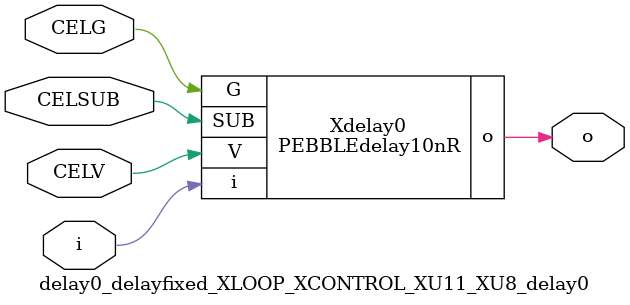
<source format=v>



module PEBBLEdelay10nR ( o, V, G, i, SUB );

  input V;
  input i;
  input G;
  output o;
  input SUB;
endmodule

//Celera Confidential Do Not Copy delay0_delayfixed_XLOOP_XCONTROL_XU11_XU8_delay0
//TYPE: fixed 10ns
module delay0_delayfixed_XLOOP_XCONTROL_XU11_XU8_delay0 (i, CELV, o,
CELG,CELSUB);
input CELV;
input i;
output o;
input CELSUB;
input CELG;

//Celera Confidential Do Not Copy delayfast0
PEBBLEdelay10nR Xdelay0(
.V (CELV),
.i (i),
.o (o),
.G (CELG),
.SUB (CELSUB)
);
//,diesize,PEBBLEdelay10nR

//Celera Confidential Do Not Copy Module End
//Celera Schematic Generator
endmodule

</source>
